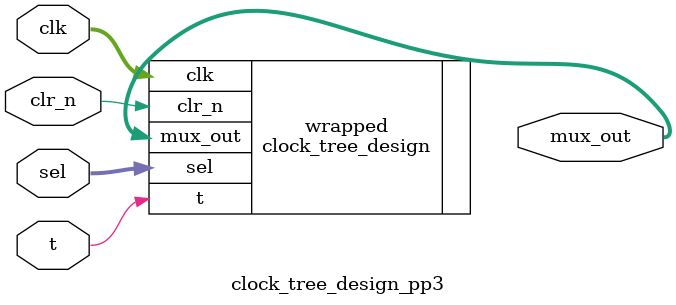
<source format=v>
module clock_tree_design_pp3 (
    input  wire [4:0]  clk,
    input  wire        t,
    input  wire        clr_n,
    input  wire [1:0]  sel,
    output wire [19:0] mux_out
);

    clock_tree_design wrapped (
        .clk    (clk),
        .t      (t),
        .clr_n  (clr_n),
        .sel    (sel),
        .mux_out(mux_out)
    );

endmodule

</source>
